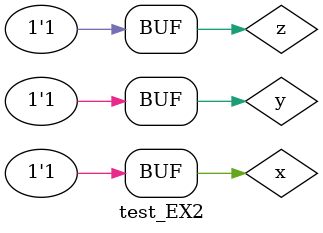
<source format=v>


module SEL (output s, input f1, input f2,
             input c); 
wire p1, p2, notc;

and AND1 (p1,f2,c);
not NOT1 (notc,c);
and AND2 (p2,notc,f1);
or OR1 (s,p1, p2); 

endmodule // SEL

module EX2 (output s1,input a, input b,
             input chave);
wire w, w1;

and AND1 (w,a,b);				 				
or OR1 (w1,a,b);
SEL modulo (s1,w,w1,chave);

endmodule // OR1 

module test_EX2; 

// ------------------------- definir dados 

reg x, y, z;  
wire p;

EX2 modulo (p, x, y, z); 

// ------------------------- parte principal 

initial begin 
$display("Exemplo0032 - Luhan Mairinck Reis - 446987"); 
$display("Test LU's module"); 

x = 'b0; y = 'b0; z = 'b0;

// projetar testes do modulo 
#1 $display("\na b chave s"); 
#1 $monitor("%b %b %b     %b" ,x,y,z,p); 

#1 x = 'b0; y = 'b0; z = 'b1;
#1 x = 'b0; y = 'b1; z = 'b0;
#1 x = 'b0; y = 'b1; z = 'b1;
#1 x = 'b1; y = 'b0; z = 'b0;
#1 x = 'b1; y = 'b0; z = 'b1;
#1 x = 'b1; y = 'b1; z = 'b0;
#1 x = 'b1; y = 'b1; z = 'b1;


end 
endmodule // test_f4 
</source>
